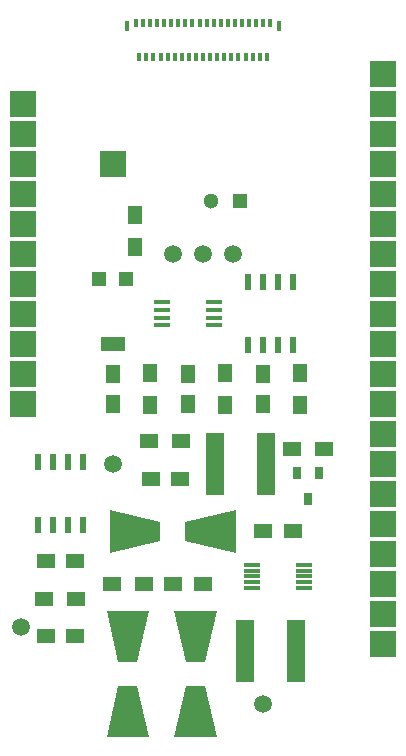
<source format=gts>
G04 #@! TF.FileFunction,Soldermask,Top*
%FSLAX46Y46*%
G04 Gerber Fmt 4.6, Leading zero omitted, Abs format (unit mm)*
G04 Created by KiCad (PCBNEW 4.0.2-4+6225~38~ubuntu15.10.1-stable) date IDT 22:32:43 2016 אפר 10 א'*
%MOMM*%
G01*
G04 APERTURE LIST*
%ADD10C,0.150000*%
%ADD11R,1.500000X1.250000*%
%ADD12R,1.250000X1.500000*%
%ADD13R,1.300000X1.300000*%
%ADD14C,1.300000*%
%ADD15R,1.501140X5.300980*%
%ADD16R,2.235200X2.235200*%
%ADD17R,0.800100X1.000760*%
%ADD18R,1.500000X1.300000*%
%ADD19R,1.300000X1.500000*%
%ADD20R,2.000000X1.300000*%
%ADD21C,1.501140*%
%ADD22R,1.400000X0.300000*%
%ADD23R,1.450000X0.450000*%
%ADD24R,0.599440X1.399540*%
%ADD25R,0.300000X0.800000*%
%ADD26R,0.300000X0.650000*%
%ADD27R,0.400000X0.950000*%
G04 APERTURE END LIST*
D10*
D11*
X101580000Y-114935000D03*
X99080000Y-114935000D03*
X93960000Y-119380000D03*
X91460000Y-119380000D03*
X80665000Y-123825000D03*
X83165000Y-123825000D03*
X89555000Y-110490000D03*
X92055000Y-110490000D03*
X80665000Y-117475000D03*
X83165000Y-117475000D03*
D12*
X92710000Y-101620000D03*
X92710000Y-104120000D03*
X99060000Y-101620000D03*
X99060000Y-104120000D03*
X86360000Y-101620000D03*
X86360000Y-104120000D03*
D13*
X97155000Y-86995000D03*
D14*
X94655000Y-86995000D03*
D10*
G36*
X96790510Y-113134140D02*
X96790510Y-116735860D01*
X92490290Y-115735100D01*
X92490290Y-114134900D01*
X96790510Y-113134140D01*
X96790510Y-113134140D01*
G37*
G36*
X86089490Y-116735860D02*
X86089490Y-113134140D01*
X90389710Y-114134900D01*
X90389710Y-115735100D01*
X86089490Y-116735860D01*
X86089490Y-116735860D01*
G37*
G36*
X91544140Y-121649490D02*
X95145860Y-121649490D01*
X94145100Y-125949710D01*
X92544900Y-125949710D01*
X91544140Y-121649490D01*
X91544140Y-121649490D01*
G37*
G36*
X95145860Y-132350510D02*
X91544140Y-132350510D01*
X92544900Y-128050290D01*
X94145100Y-128050290D01*
X95145860Y-132350510D01*
X95145860Y-132350510D01*
G37*
G36*
X89430860Y-132350510D02*
X85829140Y-132350510D01*
X86829900Y-128050290D01*
X88430100Y-128050290D01*
X89430860Y-132350510D01*
X89430860Y-132350510D01*
G37*
G36*
X85829140Y-121649490D02*
X89430860Y-121649490D01*
X88430100Y-125949710D01*
X86829900Y-125949710D01*
X85829140Y-121649490D01*
X85829140Y-121649490D01*
G37*
D15*
X101854000Y-125095000D03*
X97536000Y-125095000D03*
X99314000Y-109220000D03*
X94996000Y-109220000D03*
D16*
X109220000Y-116840000D03*
X109220000Y-114300000D03*
X109220000Y-124460000D03*
X109220000Y-121920000D03*
X109220000Y-119380000D03*
X109220000Y-104140000D03*
X109220000Y-106680000D03*
X109220000Y-101600000D03*
X109220000Y-99060000D03*
X109220000Y-109220000D03*
X109220000Y-96520000D03*
X109220000Y-76200000D03*
X109220000Y-78740000D03*
X109220000Y-81280000D03*
X109220000Y-83820000D03*
X109220000Y-86360000D03*
X109220000Y-88900000D03*
X109220000Y-91440000D03*
X109220000Y-93980000D03*
X109220000Y-111760000D03*
X78740000Y-78740000D03*
X78740000Y-81280000D03*
X78740000Y-104140000D03*
X78740000Y-83820000D03*
X78740000Y-101600000D03*
X78740000Y-86360000D03*
X78740000Y-99060000D03*
X78740000Y-88900000D03*
X86360000Y-83820000D03*
X78740000Y-91440000D03*
X78740000Y-96520000D03*
X78740000Y-93980000D03*
D17*
X102870000Y-112224820D03*
X101917500Y-110025180D03*
X103822500Y-110025180D03*
D18*
X101520000Y-107950000D03*
X104220000Y-107950000D03*
X80565000Y-120650000D03*
X83265000Y-120650000D03*
X88980000Y-119380000D03*
X86280000Y-119380000D03*
D19*
X95885000Y-101520000D03*
X95885000Y-104220000D03*
D18*
X92155000Y-107315000D03*
X89455000Y-107315000D03*
D19*
X102235000Y-101520000D03*
X102235000Y-104220000D03*
X88265000Y-90885000D03*
X88265000Y-88185000D03*
X89535000Y-101520000D03*
X89535000Y-104220000D03*
D13*
X85210000Y-93560000D03*
X87510000Y-93560000D03*
D20*
X86360000Y-99060000D03*
D21*
X99060000Y-129540000D03*
X86360000Y-109220000D03*
X78613000Y-123063000D03*
X96520000Y-91440000D03*
X91440000Y-91440000D03*
X93980000Y-91440000D03*
D22*
X102530000Y-119745000D03*
X102530000Y-119245000D03*
X102530000Y-118745000D03*
X102530000Y-118245000D03*
X102530000Y-117745000D03*
X98130000Y-117745000D03*
X98130000Y-118245000D03*
X98130000Y-118745000D03*
X98130000Y-119245000D03*
X98130000Y-119745000D03*
D23*
X94910000Y-97495000D03*
X94910000Y-96845000D03*
X94910000Y-96195000D03*
X94910000Y-95545000D03*
X90510000Y-95545000D03*
X90510000Y-96195000D03*
X90510000Y-96845000D03*
X90510000Y-97495000D03*
D24*
X97790000Y-93853000D03*
X97790000Y-99187000D03*
X99060000Y-93853000D03*
X100330000Y-93853000D03*
X101600000Y-93853000D03*
X99060000Y-99187000D03*
X100330000Y-99187000D03*
X101600000Y-99187000D03*
X83820000Y-114427000D03*
X83820000Y-109093000D03*
X82550000Y-114427000D03*
X81280000Y-114427000D03*
X80010000Y-114427000D03*
X82550000Y-109093000D03*
X81280000Y-109093000D03*
X80010000Y-109093000D03*
D25*
X99695000Y-71863000D03*
D26*
X99395000Y-74738000D03*
D25*
X99095000Y-71863000D03*
D26*
X98795000Y-74738000D03*
D25*
X98495000Y-71863000D03*
D26*
X98195000Y-74738000D03*
D25*
X97895000Y-71863000D03*
D26*
X97595000Y-74738000D03*
D25*
X97295000Y-71863000D03*
D26*
X96995000Y-74738000D03*
D25*
X96695000Y-71863000D03*
D26*
X96395000Y-74738000D03*
D25*
X96095000Y-71863000D03*
D26*
X95795000Y-74738000D03*
D25*
X95495000Y-71863000D03*
D26*
X95195000Y-74738000D03*
D25*
X94895000Y-71863000D03*
D26*
X94595000Y-74738000D03*
D25*
X94295000Y-71863000D03*
D26*
X93995000Y-74738000D03*
D25*
X93695000Y-71863000D03*
D26*
X93395000Y-74738000D03*
D25*
X93095000Y-71863000D03*
D26*
X92795000Y-74738000D03*
D25*
X92495000Y-71863000D03*
D26*
X92195000Y-74738000D03*
D25*
X91895000Y-71863000D03*
D26*
X91595000Y-74738000D03*
D25*
X91295000Y-71863000D03*
D26*
X90995000Y-74738000D03*
D25*
X90695000Y-71863000D03*
D26*
X90395000Y-74738000D03*
D25*
X90095000Y-71863000D03*
D26*
X89795000Y-74738000D03*
D25*
X89495000Y-71863000D03*
D26*
X89195000Y-74738000D03*
D25*
X88895000Y-71863000D03*
D26*
X88595000Y-74738000D03*
D25*
X88295000Y-71863000D03*
D27*
X87595000Y-72138000D03*
X100395000Y-72138000D03*
M02*

</source>
